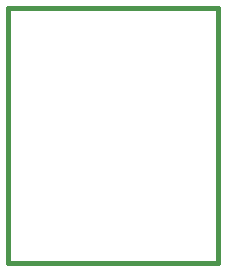
<source format=gko>
%FSLAX33Y33*%
%MOMM*%
%ADD10C,0.381*%
D10*
%LNpath-0*%
G01*
X0Y0D02*
X17780Y0D01*
X17780Y21590*
X0Y21590*
X0Y0*
%LNmechanical details_traces*%
M02*
</source>
